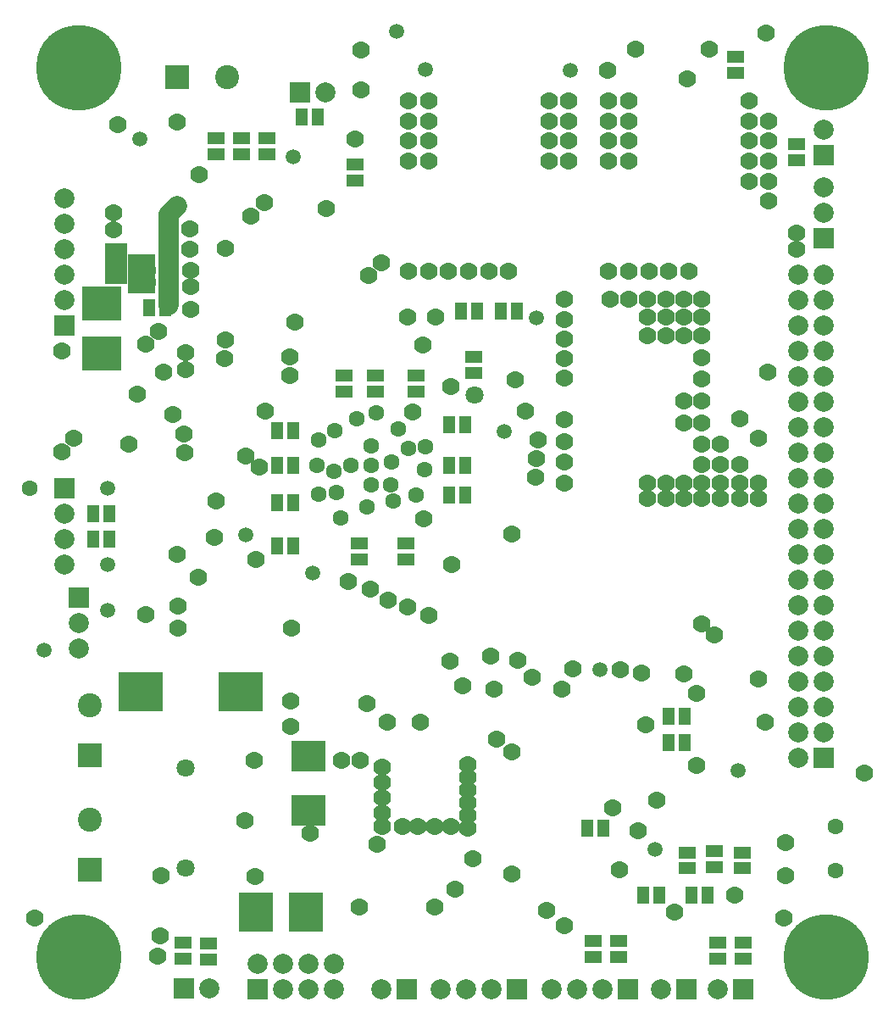
<source format=gbs>
%FSLAX24Y24*%
%MOIN*%
G70*
G01*
G75*
G04 Layer_Color=16711935*
%ADD10C,0.0787*%
%ADD11R,0.0852X0.1642*%
%ADD12R,0.1074X0.1559*%
%ADD13R,0.0709X0.0512*%
%ADD14R,0.0512X0.0709*%
%ADD15R,0.1575X0.1378*%
%ADD16R,0.1378X0.1575*%
%ADD17R,0.1772X0.1535*%
%ADD18R,0.1339X0.1220*%
%ADD19C,0.0591*%
%ADD20R,0.0787X0.0787*%
%ADD21C,0.0787*%
%ADD22R,0.0787X0.0787*%
%ADD23C,0.0945*%
%ADD24R,0.0945X0.0945*%
%ADD25R,0.0945X0.0945*%
%ADD26C,0.0709*%
%ADD27C,0.3346*%
%ADD28C,0.0630*%
%ADD29C,0.0697*%
D10*
X26004Y58114D02*
Y61593D01*
Y61674D02*
X26331Y62001D01*
X26004Y61593D02*
Y61674D01*
D11*
X23913Y59734D02*
D03*
D12*
X24916Y59355D02*
D03*
D13*
X50700Y63800D02*
D03*
Y64430D02*
D03*
X27556Y32995D02*
D03*
Y32365D02*
D03*
X26556Y32415D02*
D03*
Y33045D02*
D03*
X27850Y64690D02*
D03*
Y64060D02*
D03*
X28848Y64690D02*
D03*
Y64060D02*
D03*
X29846Y64690D02*
D03*
Y64060D02*
D03*
X48307Y67244D02*
D03*
Y67874D02*
D03*
X46400Y36591D02*
D03*
Y35961D02*
D03*
X47475Y36000D02*
D03*
Y36630D02*
D03*
X48550Y36591D02*
D03*
Y35961D02*
D03*
X47600Y32400D02*
D03*
Y33030D02*
D03*
X48600Y32400D02*
D03*
Y33030D02*
D03*
X42700Y33115D02*
D03*
Y32485D02*
D03*
X33503Y48736D02*
D03*
Y48106D02*
D03*
X35330Y48736D02*
D03*
Y48106D02*
D03*
X34142Y54713D02*
D03*
Y55343D02*
D03*
X32880Y54713D02*
D03*
Y55343D02*
D03*
X35730Y54713D02*
D03*
Y55343D02*
D03*
X37980Y56090D02*
D03*
Y55460D02*
D03*
X33320Y63012D02*
D03*
Y63642D02*
D03*
X43700Y33115D02*
D03*
Y32485D02*
D03*
D14*
X23650Y48900D02*
D03*
X23020D02*
D03*
X44650Y34900D02*
D03*
X45280D02*
D03*
X46550D02*
D03*
X47180D02*
D03*
X43102Y37547D02*
D03*
X42472D02*
D03*
X46300Y40900D02*
D03*
X45670D02*
D03*
X46300Y41950D02*
D03*
X45670D02*
D03*
X23650Y49900D02*
D03*
X23020D02*
D03*
X37031Y53400D02*
D03*
X37661D02*
D03*
X37031Y51809D02*
D03*
X37661D02*
D03*
X30880Y50340D02*
D03*
X30250D02*
D03*
X30880Y51812D02*
D03*
X30250D02*
D03*
X37031Y50640D02*
D03*
X37661D02*
D03*
X30880Y53190D02*
D03*
X30250D02*
D03*
X30880Y48640D02*
D03*
X30250D02*
D03*
X39055Y57874D02*
D03*
X39685D02*
D03*
X37504D02*
D03*
X38134D02*
D03*
X31861Y65515D02*
D03*
X31232D02*
D03*
X25218Y58000D02*
D03*
X25848D02*
D03*
D15*
X23367Y58183D02*
D03*
Y56215D02*
D03*
D16*
X31384Y34250D02*
D03*
X29416D02*
D03*
D17*
X28819Y42900D02*
D03*
X24881D02*
D03*
D18*
X31500Y38237D02*
D03*
Y40363D02*
D03*
D19*
X24850Y64650D02*
D03*
X23600Y50900D02*
D03*
X36095Y67367D02*
D03*
X34961Y68861D02*
D03*
X41800Y67350D02*
D03*
X30900Y63950D02*
D03*
X23600Y47900D02*
D03*
Y46100D02*
D03*
X42965Y43783D02*
D03*
X40472Y57598D02*
D03*
X29030Y49085D02*
D03*
X48405Y39811D02*
D03*
X21100Y44550D02*
D03*
X31669Y47579D02*
D03*
X39185Y53150D02*
D03*
X45125Y36701D02*
D03*
D20*
X46350Y31200D02*
D03*
X48600D02*
D03*
X39700D02*
D03*
X44050D02*
D03*
X35351Y31208D02*
D03*
X29500Y31200D02*
D03*
X31156Y66490D02*
D03*
X26600Y31250D02*
D03*
D21*
X45350Y31200D02*
D03*
X21900Y49900D02*
D03*
Y48900D02*
D03*
Y47900D02*
D03*
X47600Y31200D02*
D03*
X50750Y59300D02*
D03*
X51750D02*
D03*
X50750Y58300D02*
D03*
X51750D02*
D03*
X50750Y57300D02*
D03*
X51750D02*
D03*
X50750Y56300D02*
D03*
X51750D02*
D03*
X50750Y55300D02*
D03*
X51750D02*
D03*
X50750Y54300D02*
D03*
X51750D02*
D03*
X50750Y53300D02*
D03*
X51750D02*
D03*
X50750Y52300D02*
D03*
X51750D02*
D03*
X50750Y51300D02*
D03*
X51750D02*
D03*
X50750Y50300D02*
D03*
X51750D02*
D03*
X50750Y49300D02*
D03*
X51750D02*
D03*
X50750Y48300D02*
D03*
X51750D02*
D03*
X50750Y47300D02*
D03*
X51750D02*
D03*
X50750Y46300D02*
D03*
X51750D02*
D03*
X50750Y45300D02*
D03*
X51750D02*
D03*
X50750Y44300D02*
D03*
X51750D02*
D03*
X50750Y43300D02*
D03*
X51750D02*
D03*
X50750Y42300D02*
D03*
X51750D02*
D03*
X50750Y41300D02*
D03*
X51750D02*
D03*
X50750Y40300D02*
D03*
X38700Y31200D02*
D03*
X37700D02*
D03*
X36700D02*
D03*
X43050D02*
D03*
X42050D02*
D03*
X41050D02*
D03*
X22450Y44600D02*
D03*
Y45600D02*
D03*
X51750Y62750D02*
D03*
Y61750D02*
D03*
X34351Y31208D02*
D03*
X32500Y32200D02*
D03*
Y31200D02*
D03*
X31500Y32200D02*
D03*
Y31200D02*
D03*
X30500Y32200D02*
D03*
Y31200D02*
D03*
X29500Y32200D02*
D03*
X32156Y66490D02*
D03*
X51750Y65000D02*
D03*
X27600Y31250D02*
D03*
X21900Y58300D02*
D03*
Y59300D02*
D03*
Y60300D02*
D03*
Y61300D02*
D03*
Y62300D02*
D03*
D22*
Y50900D02*
D03*
X51750Y40300D02*
D03*
X22450Y46600D02*
D03*
X51750Y60750D02*
D03*
Y64000D02*
D03*
X21900Y57300D02*
D03*
D23*
X22880Y42389D02*
D03*
Y37889D02*
D03*
X28289Y67070D02*
D03*
D24*
X22880Y40420D02*
D03*
Y35920D02*
D03*
D25*
X26320Y67070D02*
D03*
D26*
X26650Y39900D02*
D03*
Y35963D02*
D03*
X38030Y54590D02*
D03*
D27*
X51850Y32476D02*
D03*
X22450D02*
D03*
X51850Y67450D02*
D03*
X22450D02*
D03*
D28*
X31900Y52800D02*
D03*
X20513Y50900D02*
D03*
X32773Y49745D02*
D03*
X33780Y50190D02*
D03*
X36063Y51630D02*
D03*
X33380Y53640D02*
D03*
X32530Y53190D02*
D03*
X34154Y53868D02*
D03*
X35742Y50628D02*
D03*
X34730Y51040D02*
D03*
X34830Y50406D02*
D03*
X35430Y52490D02*
D03*
X35030Y53240D02*
D03*
X33948Y51043D02*
D03*
X33951Y52583D02*
D03*
X33166Y51809D02*
D03*
X31830Y51812D02*
D03*
X32580Y50740D02*
D03*
X32480Y51590D02*
D03*
X34760Y51929D02*
D03*
X31880Y50690D02*
D03*
X33951Y51809D02*
D03*
X36100Y52550D02*
D03*
X25186Y59486D02*
D03*
X24714D02*
D03*
Y59014D02*
D03*
X25186D02*
D03*
X52215Y37616D02*
D03*
Y35884D02*
D03*
D29*
X26850Y59464D02*
D03*
Y57950D02*
D03*
Y58846D02*
D03*
X29217Y61607D02*
D03*
X27186Y63254D02*
D03*
X26820Y60313D02*
D03*
X48448Y50496D02*
D03*
X47698D02*
D03*
X46948D02*
D03*
X45559D02*
D03*
X44826D02*
D03*
X46248D02*
D03*
X49200D02*
D03*
X47452Y45142D02*
D03*
X46969Y45577D02*
D03*
X46250Y58350D02*
D03*
Y56900D02*
D03*
X46950Y57650D02*
D03*
Y56900D02*
D03*
X46250Y51106D02*
D03*
X46950Y56047D02*
D03*
X46250Y54341D02*
D03*
Y53488D02*
D03*
X21793Y56306D02*
D03*
X25080Y56582D02*
D03*
X23057Y58104D02*
D03*
X26330Y48298D02*
D03*
X40528Y52820D02*
D03*
X40456Y52074D02*
D03*
X36003Y56551D02*
D03*
X27868Y50402D02*
D03*
X40021Y53959D02*
D03*
X23996Y65196D02*
D03*
X20714Y34023D02*
D03*
X45900Y34250D02*
D03*
X48250Y34900D02*
D03*
X45200Y38650D02*
D03*
X44750Y41600D02*
D03*
X46750Y42850D02*
D03*
Y40000D02*
D03*
X44600Y43650D02*
D03*
X46250Y43600D02*
D03*
X33925Y46941D02*
D03*
X35409Y46240D02*
D03*
X43360Y58350D02*
D03*
X44827Y57650D02*
D03*
X44094Y58350D02*
D03*
X45560D02*
D03*
X44827Y51108D02*
D03*
X37100Y54900D02*
D03*
X35600Y53900D02*
D03*
X41560Y57550D02*
D03*
Y58350D02*
D03*
X32207Y61899D02*
D03*
X44827Y56900D02*
D03*
X41560Y56784D02*
D03*
X44827Y58350D02*
D03*
X41560Y55250D02*
D03*
Y56017D02*
D03*
Y51100D02*
D03*
Y52750D02*
D03*
Y53600D02*
D03*
X50260Y36976D02*
D03*
Y35677D02*
D03*
X40294Y43484D02*
D03*
X39721Y44138D02*
D03*
X34642Y46504D02*
D03*
X46950Y55194D02*
D03*
Y54341D02*
D03*
Y52635D02*
D03*
X45560Y57650D02*
D03*
Y56900D02*
D03*
Y51106D02*
D03*
X40421Y51327D02*
D03*
X41900Y43800D02*
D03*
X40850Y34300D02*
D03*
X25550Y32500D02*
D03*
X27789Y48961D02*
D03*
X29552Y51735D02*
D03*
X26630Y52318D02*
D03*
X31550Y37350D02*
D03*
X29400Y35650D02*
D03*
X30800Y41550D02*
D03*
Y42550D02*
D03*
X29000Y37850D02*
D03*
X27150Y47400D02*
D03*
X41560Y51950D02*
D03*
X41550Y33700D02*
D03*
X50200Y34000D02*
D03*
X44450Y37450D02*
D03*
X53350Y39700D02*
D03*
X37750Y40050D02*
D03*
Y39550D02*
D03*
Y39050D02*
D03*
Y38550D02*
D03*
X34400Y38750D02*
D03*
Y39350D02*
D03*
Y39950D02*
D03*
X36500Y57650D02*
D03*
X35400D02*
D03*
X25589Y57091D02*
D03*
X23838Y61734D02*
D03*
Y61077D02*
D03*
X44350Y68169D02*
D03*
X47264D02*
D03*
X49488Y68819D02*
D03*
X46378Y67000D02*
D03*
X25100Y45950D02*
D03*
X33566Y66581D02*
D03*
Y68153D02*
D03*
X46250Y57650D02*
D03*
X46950Y51106D02*
D03*
Y58350D02*
D03*
Y53488D02*
D03*
Y51850D02*
D03*
X47700Y52635D02*
D03*
Y51850D02*
D03*
Y51106D02*
D03*
X39621Y55180D02*
D03*
X36030Y49706D02*
D03*
X49461Y41712D02*
D03*
X25650Y33300D02*
D03*
X25700Y35661D02*
D03*
X38650Y44300D02*
D03*
X36229Y45894D02*
D03*
X37550Y43150D02*
D03*
X37050Y44100D02*
D03*
X37120Y47915D02*
D03*
X37750Y37550D02*
D03*
X34200Y36900D02*
D03*
X36450Y37600D02*
D03*
X35800D02*
D03*
X37750Y38050D02*
D03*
X37100Y37600D02*
D03*
X34400Y38150D02*
D03*
Y37600D02*
D03*
X35200D02*
D03*
X29436Y48126D02*
D03*
X43726Y35926D02*
D03*
X26364Y45423D02*
D03*
X39508Y49101D02*
D03*
X33333Y64652D02*
D03*
X29039Y52178D02*
D03*
X34344Y59775D02*
D03*
X33869Y59264D02*
D03*
X29759Y62156D02*
D03*
X26160Y53824D02*
D03*
X26595Y53030D02*
D03*
X24413Y52659D02*
D03*
X21793Y52331D02*
D03*
X22269Y52881D02*
D03*
X24770Y54616D02*
D03*
X48450Y53641D02*
D03*
X49566Y55476D02*
D03*
X49200Y51106D02*
D03*
X48450Y51850D02*
D03*
Y51106D02*
D03*
X49200Y52869D02*
D03*
X50700Y60950D02*
D03*
X43450Y38350D02*
D03*
X41450Y43000D02*
D03*
X39502Y35751D02*
D03*
Y40548D02*
D03*
X34600Y41700D02*
D03*
X33809Y42450D02*
D03*
X35900Y41700D02*
D03*
X29350Y40200D02*
D03*
X33516Y40194D02*
D03*
X32806Y40213D02*
D03*
X25783Y55482D02*
D03*
X30767Y56065D02*
D03*
X26650Y55573D02*
D03*
X26650Y56250D02*
D03*
X29783Y53959D02*
D03*
X30756Y55350D02*
D03*
X28204Y56018D02*
D03*
X30968Y57438D02*
D03*
X28236Y56755D02*
D03*
Y60340D02*
D03*
X26328Y65308D02*
D03*
X26820Y61115D02*
D03*
X26331Y62001D02*
D03*
X43752Y43791D02*
D03*
X50700Y60300D02*
D03*
X30836Y45423D02*
D03*
X33051Y47232D02*
D03*
X26362Y46291D02*
D03*
X35433Y66142D02*
D03*
Y65354D02*
D03*
Y64567D02*
D03*
Y63780D02*
D03*
X36220D02*
D03*
Y64575D02*
D03*
Y65354D02*
D03*
Y66142D02*
D03*
X40945D02*
D03*
X41732D02*
D03*
X40945Y65354D02*
D03*
X41732D02*
D03*
X40945Y64567D02*
D03*
X41732D02*
D03*
X40945Y63780D02*
D03*
X41732D02*
D03*
X43307Y66142D02*
D03*
Y65354D02*
D03*
Y64567D02*
D03*
Y63780D02*
D03*
X44094D02*
D03*
Y64567D02*
D03*
Y65354D02*
D03*
Y66142D02*
D03*
X48819D02*
D03*
Y65354D02*
D03*
X49606D02*
D03*
X48819Y64567D02*
D03*
X49606D02*
D03*
X48819Y63780D02*
D03*
X49606D02*
D03*
X48819Y62992D02*
D03*
X49606D02*
D03*
Y62205D02*
D03*
X35433Y59449D02*
D03*
X36220D02*
D03*
X37008D02*
D03*
X37795D02*
D03*
X38583D02*
D03*
X39370D02*
D03*
X43307D02*
D03*
X44094D02*
D03*
X44882D02*
D03*
X45669D02*
D03*
X46457D02*
D03*
X33500Y34450D02*
D03*
X36450D02*
D03*
X37250Y35150D02*
D03*
X38800Y43000D02*
D03*
X38900Y41050D02*
D03*
X49200Y43407D02*
D03*
X43250Y67350D02*
D03*
X37950Y36350D02*
D03*
M02*

</source>
